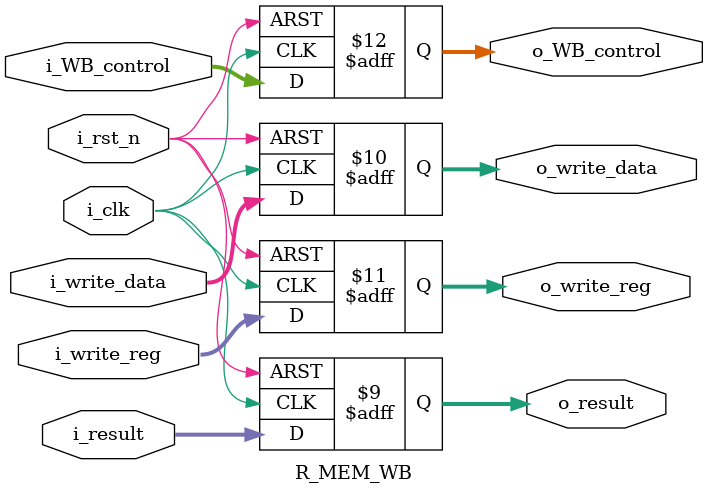
<source format=v>
module R_IF_ID(i_clk,i_rst_n,i_next_pc,i_data,o_next_pc,o_data);
	input i_clk,i_rst_n;
	input [31:0] i_next_pc,i_data;
	output reg [31:0] o_next_pc,o_data;
	
	always@(posedge i_clk or negedge i_rst_n) begin
		if(i_rst_n==0) o_next_pc <= 32'b0;
		else o_next_pc <= i_next_pc;
	end
	
	always@(posedge i_clk or negedge i_rst_n) begin
		if(i_rst_n==0) o_data <= 32'b0;
		else o_data <= i_data;
	end
	
endmodule //End of module

//ID_EX Register
module R_ID_EX(i_clk,i_rst_n,i_next_pc,i_read_data1,i_read_data2,i_imm,i_tar_reg,i_des_reg,i_WB_control,i_MEM_control,i_EX_control,o_next_pc,o_read_data1,o_read_data2,o_imm,o_tar_reg,o_des_reg,o_WB_control,o_MEM_control,o_EX_control);
	input i_clk,i_rst_n;
	input [1:0] i_WB_control;
	input [2:0] i_MEM_control;
	input [3:0] i_EX_control;
	input [4:0] i_tar_reg,i_des_reg;
	input [31:0] i_next_pc,i_read_data1,i_read_data2,i_imm;
	output reg [1:0] o_WB_control;
	output reg [2:0] o_MEM_control;
	output reg [3:0] o_EX_control;
	output reg [4:0] o_tar_reg,o_des_reg;
	output reg [31:0] o_next_pc,o_read_data1,o_read_data2,o_imm;
	
	always@(posedge i_clk or negedge i_rst_n) begin
		if(i_rst_n==0) o_WB_control <= 2'b0;
		else o_WB_control <= i_WB_control;
	end
	
	always@(posedge i_clk or negedge i_rst_n) begin
		if(i_rst_n==0) o_MEM_control <= 3'b0;
		else o_MEM_control <= i_MEM_control;
	end
	
	always@(posedge i_clk or negedge i_rst_n) begin
		if(i_rst_n==0) o_EX_control <= 4'b0;
		else o_EX_control <= i_EX_control;
	end
	
	always@(posedge i_clk or negedge i_rst_n) begin
		if(i_rst_n==0) o_tar_reg <= 5'b0;
		else o_tar_reg <= i_tar_reg;
	end
	
	always@(posedge i_clk or negedge i_rst_n) begin
		if(i_rst_n==0) o_des_reg <= 5'b0;
		else o_des_reg <= i_des_reg;
	end
	
	always@(posedge i_clk or negedge i_rst_n) begin
		if(i_rst_n==0) o_next_pc <= 32'b0;
		else o_next_pc <= i_next_pc;
	end
	
	always@(posedge i_clk or negedge i_rst_n) begin
		if(i_rst_n==0) o_read_data1 <= 32'b0;
		else o_read_data1 <= i_read_data1;
	end
	
	always@(posedge i_clk or negedge i_rst_n) begin
		if(i_rst_n==0) o_read_data2 <= 32'b0;
		else o_read_data2 <= i_read_data2;
	end
	
	always@(posedge i_clk or negedge i_rst_n) begin
		if(i_rst_n==0) o_imm <= 32'b0;
		else o_imm <= i_imm;
	end
	
endmodule //End of module
	
//EX_MEM Register
module R_EX_MEM(i_clk,i_rst_n,i_branch_pc,i_result,i_zero,i_read_data2,i_write_reg,i_WB_control,i_MEM_control,o_branch_pc,o_result,o_zero,o_read_data2,o_write_reg,o_WB_control,o_MEM_control);
	input i_clk,i_rst_n,i_zero;
	input [1:0] i_WB_control;
	input [2:0] i_MEM_control;
	input [4:0] i_write_reg;
	input [31:0] i_branch_pc,i_result,i_read_data2;
	output reg o_zero;
	output reg [1:0] o_WB_control;
	output reg [2:0] o_MEM_control;
	output reg [4:0] o_write_reg;
	output reg [31:0] o_branch_pc,o_result,o_read_data2;
	
	always@(posedge i_clk or negedge i_rst_n) begin
		if(i_rst_n==0) o_zero <= 1'b0;
		else o_zero <= i_zero;
	end
	
	always@(posedge i_clk or negedge i_rst_n) begin
		if(i_rst_n==0) o_WB_control <= 2'b0;
		else o_WB_control <= i_WB_control;
	end
	
	always@(posedge i_clk or negedge i_rst_n) begin
		if(i_rst_n==0) o_MEM_control <= 3'b0;
		else o_MEM_control <= i_MEM_control;
	end
	
	always@(posedge i_clk or negedge i_rst_n) begin
		if(i_rst_n==0) o_write_reg <= 5'b0;
		else o_write_reg <= i_write_reg;
	end
	
	always@(posedge i_clk or negedge i_rst_n) begin
		if(i_rst_n==0) o_branch_pc <= 32'b0;
		else o_branch_pc <= i_branch_pc;
	end
	
	always@(posedge i_clk or negedge i_rst_n) begin
		if(i_rst_n==0) o_result <= 32'b0;
		else o_result <= i_result;
	end
	
	always@(posedge i_clk or negedge i_rst_n) begin
		if(i_rst_n==0) o_read_data2 <= 32'b0;
		else o_read_data2 <= i_read_data2;
	end

endmodule //End of module

//MEM_WB Register
module R_MEM_WB(i_clk,i_rst_n,i_write_reg,i_write_data,i_result,i_WB_control,o_write_reg,o_write_data,o_result,o_WB_control);
	input i_clk,i_rst_n;
	input [1:0] i_WB_control;
	input [4:0] i_write_reg;
	input [31:0] i_write_data,i_result;
	output reg [1:0] o_WB_control;
	output reg [4:0] o_write_reg;
	output reg [31:0] o_write_data,o_result;

	always@(posedge i_clk or negedge i_rst_n) begin
		if(i_rst_n==0) o_WB_control <= 2'b0;
		else o_WB_control <= i_WB_control;
	end
	
	always@(posedge i_clk or negedge i_rst_n) begin
		if(i_rst_n==0) o_write_reg <= 5'b0;
		else o_write_reg <= i_write_reg;
	end
	
	always@(posedge i_clk or negedge i_rst_n) begin
		if(i_rst_n==0) o_write_data <= 32'b0;
		else o_write_data <= i_write_data;
	end
	
	always@(posedge i_clk or negedge i_rst_n) begin
		if(i_rst_n==0) o_result <= 32'b0;
		else o_result <= i_result;
	end
	
endmodule //End of module
</source>
